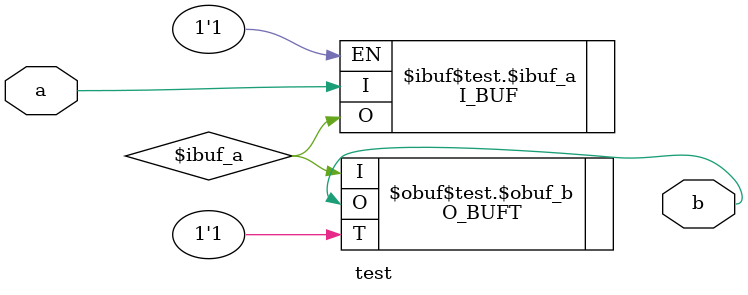
<source format=v>
/* Generated by Yosys 0.38 (git sha1 6c475f1f1, gcc 11.2.1 -fPIC -Os) */

module test(a, b);
  input a;
  output b;
  (* src = "/nfs_scratch/scratch/CompilerValidation/zaheer_ahmad/os_fpga2/Validation/RTL_testcases/RTL_Benchmarks_Gap_Analysis/sudoku_check/test.v:3.16-3.17" *)
  wire \$ibuf_a ;
  (* src = "/nfs_scratch/scratch/CompilerValidation/zaheer_ahmad/os_fpga2/Validation/RTL_testcases/RTL_Benchmarks_Gap_Analysis/sudoku_check/test.v:3.16-3.17" *)
  (* src = "/nfs_scratch/scratch/CompilerValidation/zaheer_ahmad/os_fpga2/Validation/RTL_testcases/RTL_Benchmarks_Gap_Analysis/sudoku_check/test.v:3.16-3.17" *)
  wire a;
  (* src = "/nfs_scratch/scratch/CompilerValidation/zaheer_ahmad/os_fpga2/Validation/RTL_testcases/RTL_Benchmarks_Gap_Analysis/sudoku_check/test.v:4.16-4.17" *)
  (* src = "/nfs_scratch/scratch/CompilerValidation/zaheer_ahmad/os_fpga2/Validation/RTL_testcases/RTL_Benchmarks_Gap_Analysis/sudoku_check/test.v:4.16-4.17" *)
  wire b;
  (* keep = 32'h00000001 *)
  (* module_not_derived = 32'h00000001 *)
  (* src = "/nfs_eda_sw/softwares/Raptor/instl_dir/07_25_2024_09_15_01/bin/../share/yosys/rapidsilicon/genesis3/io_cell_final_map.v:29.41-29.81" *)
  I_BUF #(
    .WEAK_KEEPER("NONE")
  ) \$ibuf$test.$ibuf_a  (
    .EN(1'h1),
    .I(a),
    .O(\$ibuf_a )
  );
  (* keep = 32'h00000001 *)
  (* module_not_derived = 32'h00000001 *)
  (* src = "/nfs_eda_sw/softwares/Raptor/instl_dir/07_25_2024_09_15_01/bin/../share/yosys/rapidsilicon/genesis3/io_cell_final_map.v:41.14-41.54" *)
  O_BUFT \$obuf$test.$obuf_b  (
    .I(\$ibuf_a ),
    .O(b),
    .T(1'h1)
  );
endmodule

</source>
